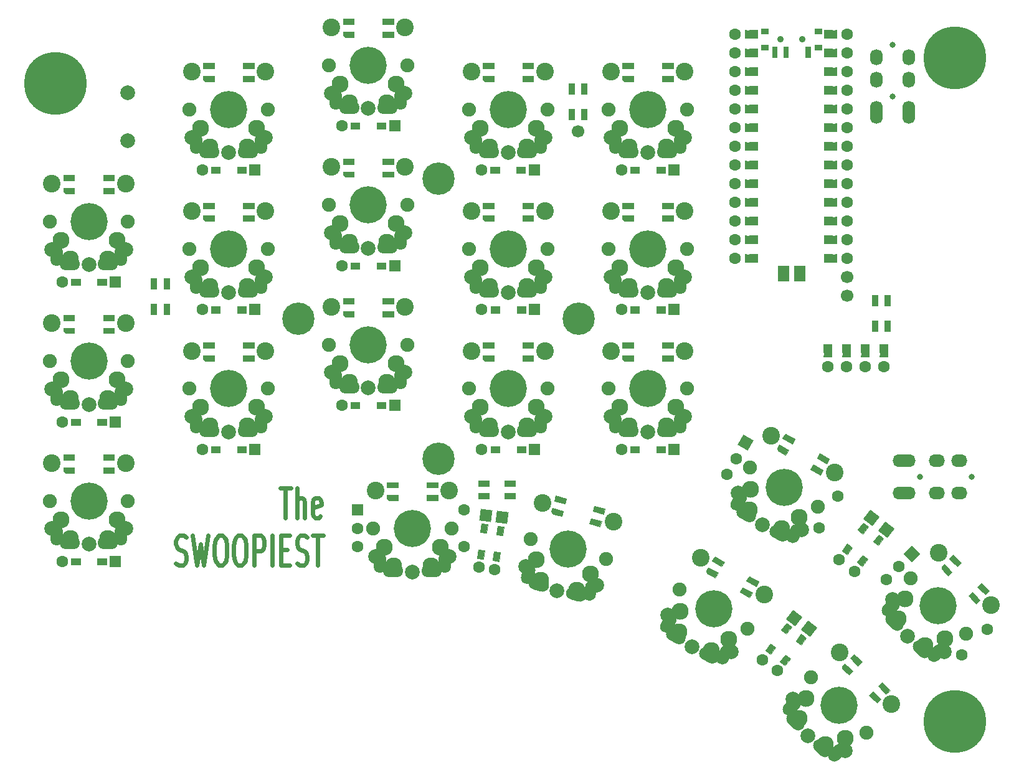
<source format=gts>
G04 #@! TF.GenerationSoftware,KiCad,Pcbnew,9.0.2*
G04 #@! TF.CreationDate,2025-10-01T20:59:55+01:00*
G04 #@! TF.ProjectId,swoopt-soldered,73776f6f-7074-42d7-936f-6c6465726564,0.2.2*
G04 #@! TF.SameCoordinates,Original*
G04 #@! TF.FileFunction,Soldermask,Top*
G04 #@! TF.FilePolarity,Negative*
%FSLAX46Y46*%
G04 Gerber Fmt 4.6, Leading zero omitted, Abs format (unit mm)*
G04 Created by KiCad (PCBNEW 9.0.2) date 2025-10-01 20:59:55*
%MOMM*%
%LPD*%
G01*
G04 APERTURE LIST*
G04 Aperture macros list*
%AMHorizOval*
0 Thick line with rounded ends*
0 $1 width*
0 $2 $3 position (X,Y) of the first rounded end (center of the circle)*
0 $4 $5 position (X,Y) of the second rounded end (center of the circle)*
0 Add line between two ends*
20,1,$1,$2,$3,$4,$5,0*
0 Add two circle primitives to create the rounded ends*
1,1,$1,$2,$3*
1,1,$1,$4,$5*%
%AMRotRect*
0 Rectangle, with rotation*
0 The origin of the aperture is its center*
0 $1 length*
0 $2 width*
0 $3 Rotation angle, in degrees counterclockwise*
0 Add horizontal line*
21,1,$1,$2,0,0,$3*%
%AMFreePoly0*
4,1,6,0.600000,0.200000,0.000000,-0.400000,-0.600000,0.200000,-0.600000,0.400000,0.600000,0.400000,0.600000,0.200000,0.600000,0.200000,$1*%
%AMFreePoly1*
4,1,6,0.600000,-0.250000,-0.600000,-0.250000,-0.600000,1.000000,0.000000,0.400000,0.600000,1.000000,0.600000,-0.250000,0.600000,-0.250000,$1*%
%AMFreePoly2*
4,1,6,0.600000,-0.200000,0.600000,-0.400000,-0.600000,-0.400000,-0.600000,-0.200000,0.000000,0.400000,0.600000,-0.200000,0.600000,-0.200000,$1*%
%AMFreePoly3*
4,1,6,0.600000,-1.000000,0.000000,-0.400000,-0.600000,-1.000000,-0.600000,0.250000,0.600000,0.250000,0.600000,-1.000000,0.600000,-1.000000,$1*%
G04 Aperture macros list end*
%ADD10C,0.625000*%
%ADD11C,0.100000*%
%ADD12C,4.400000*%
%ADD13R,1.600000X1.600000*%
%ADD14C,1.600000*%
%ADD15C,1.700000*%
%ADD16R,0.850000X1.600000*%
%ADD17C,1.900000*%
%ADD18C,2.400000*%
%ADD19C,2.000000*%
%ADD20C,5.050000*%
%ADD21O,1.700000X2.800000*%
%ADD22C,2.300000*%
%ADD23O,2.800000X1.700000*%
%ADD24RotRect,1.600000X1.600000X315.000000*%
%ADD25HorizOval,1.700000X0.275000X0.476314X-0.275000X-0.476314X0*%
%ADD26HorizOval,1.700000X-0.476314X0.275000X0.476314X-0.275000X0*%
%ADD27RotRect,1.600000X1.600000X330.000000*%
%ADD28C,0.900000*%
%ADD29C,8.500000*%
%ADD30RotRect,1.600000X1.600000X52.500000*%
%ADD31C,0.800000*%
%ADD32O,2.200000X1.700000*%
%ADD33HorizOval,1.700000X0.388909X0.388909X-0.388909X-0.388909X0*%
%ADD34HorizOval,1.700000X-0.388909X0.388909X0.388909X-0.388909X0*%
%ADD35RotRect,1.600000X1.600000X82.500000*%
%ADD36FreePoly0,180.000000*%
%ADD37FreePoly1,180.000000*%
%ADD38R,1.600000X0.850000*%
%ADD39HorizOval,1.700000X0.142350X0.531259X-0.142350X-0.531259X0*%
%ADD40HorizOval,1.700000X-0.531259X0.142350X0.531259X-0.142350X0*%
%ADD41O,1.700000X2.200000*%
%ADD42FreePoly2,90.000000*%
%ADD43FreePoly2,270.000000*%
%ADD44FreePoly3,90.000000*%
%ADD45FreePoly3,270.000000*%
G04 APERTURE END LIST*
D10*
X120017387Y-111538200D02*
X121445958Y-111538200D01*
X120731672Y-115538200D02*
X120731672Y-111538200D01*
X122279292Y-115538200D02*
X122279292Y-111538200D01*
X123350720Y-115538200D02*
X123350720Y-113442962D01*
X123350720Y-113442962D02*
X123231673Y-113062009D01*
X123231673Y-113062009D02*
X122993577Y-112871533D01*
X122993577Y-112871533D02*
X122636434Y-112871533D01*
X122636434Y-112871533D02*
X122398339Y-113062009D01*
X122398339Y-113062009D02*
X122279292Y-113252485D01*
X125493578Y-115347724D02*
X125255482Y-115538200D01*
X125255482Y-115538200D02*
X124779292Y-115538200D01*
X124779292Y-115538200D02*
X124541197Y-115347724D01*
X124541197Y-115347724D02*
X124422149Y-114966771D01*
X124422149Y-114966771D02*
X124422149Y-113442962D01*
X124422149Y-113442962D02*
X124541197Y-113062009D01*
X124541197Y-113062009D02*
X124779292Y-112871533D01*
X124779292Y-112871533D02*
X125255482Y-112871533D01*
X125255482Y-112871533D02*
X125493578Y-113062009D01*
X125493578Y-113062009D02*
X125612625Y-113442962D01*
X125612625Y-113442962D02*
X125612625Y-113823914D01*
X125612625Y-113823914D02*
X124422149Y-114204866D01*
X105850720Y-121787500D02*
X106207863Y-121977976D01*
X106207863Y-121977976D02*
X106803101Y-121977976D01*
X106803101Y-121977976D02*
X107041196Y-121787500D01*
X107041196Y-121787500D02*
X107160244Y-121597023D01*
X107160244Y-121597023D02*
X107279291Y-121216071D01*
X107279291Y-121216071D02*
X107279291Y-120835119D01*
X107279291Y-120835119D02*
X107160244Y-120454166D01*
X107160244Y-120454166D02*
X107041196Y-120263690D01*
X107041196Y-120263690D02*
X106803101Y-120073214D01*
X106803101Y-120073214D02*
X106326910Y-119882738D01*
X106326910Y-119882738D02*
X106088815Y-119692261D01*
X106088815Y-119692261D02*
X105969768Y-119501785D01*
X105969768Y-119501785D02*
X105850720Y-119120833D01*
X105850720Y-119120833D02*
X105850720Y-118739880D01*
X105850720Y-118739880D02*
X105969768Y-118358928D01*
X105969768Y-118358928D02*
X106088815Y-118168452D01*
X106088815Y-118168452D02*
X106326910Y-117977976D01*
X106326910Y-117977976D02*
X106922149Y-117977976D01*
X106922149Y-117977976D02*
X107279291Y-118168452D01*
X108112624Y-117977976D02*
X108707862Y-121977976D01*
X108707862Y-121977976D02*
X109184053Y-119120833D01*
X109184053Y-119120833D02*
X109660243Y-121977976D01*
X109660243Y-121977976D02*
X110255482Y-117977976D01*
X111684053Y-117977976D02*
X112160244Y-117977976D01*
X112160244Y-117977976D02*
X112398339Y-118168452D01*
X112398339Y-118168452D02*
X112636434Y-118549404D01*
X112636434Y-118549404D02*
X112755482Y-119311309D01*
X112755482Y-119311309D02*
X112755482Y-120644642D01*
X112755482Y-120644642D02*
X112636434Y-121406547D01*
X112636434Y-121406547D02*
X112398339Y-121787500D01*
X112398339Y-121787500D02*
X112160244Y-121977976D01*
X112160244Y-121977976D02*
X111684053Y-121977976D01*
X111684053Y-121977976D02*
X111445958Y-121787500D01*
X111445958Y-121787500D02*
X111207863Y-121406547D01*
X111207863Y-121406547D02*
X111088815Y-120644642D01*
X111088815Y-120644642D02*
X111088815Y-119311309D01*
X111088815Y-119311309D02*
X111207863Y-118549404D01*
X111207863Y-118549404D02*
X111445958Y-118168452D01*
X111445958Y-118168452D02*
X111684053Y-117977976D01*
X114303101Y-117977976D02*
X114779292Y-117977976D01*
X114779292Y-117977976D02*
X115017387Y-118168452D01*
X115017387Y-118168452D02*
X115255482Y-118549404D01*
X115255482Y-118549404D02*
X115374530Y-119311309D01*
X115374530Y-119311309D02*
X115374530Y-120644642D01*
X115374530Y-120644642D02*
X115255482Y-121406547D01*
X115255482Y-121406547D02*
X115017387Y-121787500D01*
X115017387Y-121787500D02*
X114779292Y-121977976D01*
X114779292Y-121977976D02*
X114303101Y-121977976D01*
X114303101Y-121977976D02*
X114065006Y-121787500D01*
X114065006Y-121787500D02*
X113826911Y-121406547D01*
X113826911Y-121406547D02*
X113707863Y-120644642D01*
X113707863Y-120644642D02*
X113707863Y-119311309D01*
X113707863Y-119311309D02*
X113826911Y-118549404D01*
X113826911Y-118549404D02*
X114065006Y-118168452D01*
X114065006Y-118168452D02*
X114303101Y-117977976D01*
X116445959Y-121977976D02*
X116445959Y-117977976D01*
X116445959Y-117977976D02*
X117398340Y-117977976D01*
X117398340Y-117977976D02*
X117636435Y-118168452D01*
X117636435Y-118168452D02*
X117755482Y-118358928D01*
X117755482Y-118358928D02*
X117874530Y-118739880D01*
X117874530Y-118739880D02*
X117874530Y-119311309D01*
X117874530Y-119311309D02*
X117755482Y-119692261D01*
X117755482Y-119692261D02*
X117636435Y-119882738D01*
X117636435Y-119882738D02*
X117398340Y-120073214D01*
X117398340Y-120073214D02*
X116445959Y-120073214D01*
X118945959Y-121977976D02*
X118945959Y-117977976D01*
X120136435Y-119882738D02*
X120969768Y-119882738D01*
X121326911Y-121977976D02*
X120136435Y-121977976D01*
X120136435Y-121977976D02*
X120136435Y-117977976D01*
X120136435Y-117977976D02*
X121326911Y-117977976D01*
X122279292Y-121787500D02*
X122636435Y-121977976D01*
X122636435Y-121977976D02*
X123231673Y-121977976D01*
X123231673Y-121977976D02*
X123469768Y-121787500D01*
X123469768Y-121787500D02*
X123588816Y-121597023D01*
X123588816Y-121597023D02*
X123707863Y-121216071D01*
X123707863Y-121216071D02*
X123707863Y-120835119D01*
X123707863Y-120835119D02*
X123588816Y-120454166D01*
X123588816Y-120454166D02*
X123469768Y-120263690D01*
X123469768Y-120263690D02*
X123231673Y-120073214D01*
X123231673Y-120073214D02*
X122755482Y-119882738D01*
X122755482Y-119882738D02*
X122517387Y-119692261D01*
X122517387Y-119692261D02*
X122398340Y-119501785D01*
X122398340Y-119501785D02*
X122279292Y-119120833D01*
X122279292Y-119120833D02*
X122279292Y-118739880D01*
X122279292Y-118739880D02*
X122398340Y-118358928D01*
X122398340Y-118358928D02*
X122517387Y-118168452D01*
X122517387Y-118168452D02*
X122755482Y-117977976D01*
X122755482Y-117977976D02*
X123350721Y-117977976D01*
X123350721Y-117977976D02*
X123707863Y-118168452D01*
X124422149Y-117977976D02*
X125850720Y-117977976D01*
X125136434Y-121977976D02*
X125136434Y-117977976D01*
D11*
X92825007Y-102925000D02*
X91625007Y-102925000D01*
X91625007Y-102075000D01*
X92825007Y-102075000D01*
X92825007Y-102925000D01*
G36*
X92825007Y-102925000D02*
G01*
X91625007Y-102925000D01*
X91625007Y-102075000D01*
X92825007Y-102075000D01*
X92825007Y-102925000D01*
G37*
X96375007Y-102925000D02*
X95175007Y-102925000D01*
X95175007Y-102075000D01*
X96375007Y-102075000D01*
X96375007Y-102925000D01*
G36*
X96375007Y-102925000D02*
G01*
X95175007Y-102925000D01*
X95175007Y-102075000D01*
X96375007Y-102075000D01*
X96375007Y-102925000D01*
G37*
X111825000Y-106675000D02*
X110625000Y-106675000D01*
X110625000Y-105825000D01*
X111825000Y-105825000D01*
X111825000Y-106675000D01*
G36*
X111825000Y-106675000D02*
G01*
X110625000Y-106675000D01*
X110625000Y-105825000D01*
X111825000Y-105825000D01*
X111825000Y-106675000D01*
G37*
X115375000Y-106675000D02*
X114175000Y-106675000D01*
X114175000Y-105825000D01*
X115375000Y-105825000D01*
X115375000Y-106675000D01*
G36*
X115375000Y-106675000D02*
G01*
X114175000Y-106675000D01*
X114175000Y-105825000D01*
X115375000Y-105825000D01*
X115375000Y-106675000D01*
G37*
X92050011Y-69710002D02*
X90550011Y-69710002D01*
X90550011Y-68960002D01*
X92050011Y-68960002D01*
X92050011Y-69710002D01*
G36*
X92050011Y-69710002D02*
G01*
X90550011Y-69710002D01*
X90550011Y-68960002D01*
X92050011Y-68960002D01*
X92050011Y-69710002D01*
G37*
X97450011Y-69710002D02*
X95950011Y-69710002D01*
X95950011Y-68960002D01*
X97450011Y-68960002D01*
X97450011Y-69710002D01*
G36*
X97450011Y-69710002D02*
G01*
X95950011Y-69710002D01*
X95950011Y-68960002D01*
X97450011Y-68960002D01*
X97450011Y-69710002D01*
G37*
X97450011Y-71460002D02*
X95950011Y-71460002D01*
X95950011Y-70710002D01*
X97450011Y-70710002D01*
X97450011Y-71460002D01*
G36*
X97450011Y-71460002D02*
G01*
X95950011Y-71460002D01*
X95950011Y-70710002D01*
X97450011Y-70710002D01*
X97450011Y-71460002D01*
G37*
X92050011Y-71460002D02*
X90800011Y-71460002D01*
X90550011Y-71210002D01*
X90550011Y-70710002D01*
X92050011Y-70710002D01*
X92050011Y-71460002D01*
G36*
X92050011Y-71460002D02*
G01*
X90800011Y-71460002D01*
X90550011Y-71210002D01*
X90550011Y-70710002D01*
X92050011Y-70710002D01*
X92050011Y-71460002D01*
G37*
X111825000Y-87675000D02*
X110625000Y-87675000D01*
X110625000Y-86825000D01*
X111825000Y-86825000D01*
X111825000Y-87675000D01*
G36*
X111825000Y-87675000D02*
G01*
X110625000Y-87675000D01*
X110625000Y-86825000D01*
X111825000Y-86825000D01*
X111825000Y-87675000D01*
G37*
X115375000Y-87675000D02*
X114175000Y-87675000D01*
X114175000Y-86825000D01*
X115375000Y-86825000D01*
X115375000Y-87675000D01*
G36*
X115375000Y-87675000D02*
G01*
X114175000Y-87675000D01*
X114175000Y-86825000D01*
X115375000Y-86825000D01*
X115375000Y-87675000D01*
G37*
X168049997Y-54460004D02*
X166549997Y-54460004D01*
X166549997Y-53710004D01*
X168049997Y-53710004D01*
X168049997Y-54460004D01*
G36*
X168049997Y-54460004D02*
G01*
X166549997Y-54460004D01*
X166549997Y-53710004D01*
X168049997Y-53710004D01*
X168049997Y-54460004D01*
G37*
X173449997Y-54460004D02*
X171949997Y-54460004D01*
X171949997Y-53710004D01*
X173449997Y-53710004D01*
X173449997Y-54460004D01*
G36*
X173449997Y-54460004D02*
G01*
X171949997Y-54460004D01*
X171949997Y-53710004D01*
X173449997Y-53710004D01*
X173449997Y-54460004D01*
G37*
X173449997Y-56210004D02*
X171949997Y-56210004D01*
X171949997Y-55460004D01*
X173449997Y-55460004D01*
X173449997Y-56210004D01*
G36*
X173449997Y-56210004D02*
G01*
X171949997Y-56210004D01*
X171949997Y-55460004D01*
X173449997Y-55460004D01*
X173449997Y-56210004D01*
G37*
X168049997Y-56210004D02*
X166799997Y-56210004D01*
X166549997Y-55960004D01*
X166549997Y-55460004D01*
X168049997Y-55460004D01*
X168049997Y-56210004D01*
G36*
X168049997Y-56210004D02*
G01*
X166799997Y-56210004D01*
X166549997Y-55960004D01*
X166549997Y-55460004D01*
X168049997Y-55460004D01*
X168049997Y-56210004D01*
G37*
X130825000Y-62675000D02*
X129625000Y-62675000D01*
X129625000Y-61825000D01*
X130825000Y-61825000D01*
X130825000Y-62675000D01*
G36*
X130825000Y-62675000D02*
G01*
X129625000Y-62675000D01*
X129625000Y-61825000D01*
X130825000Y-61825000D01*
X130825000Y-62675000D01*
G37*
X134375000Y-62675000D02*
X133175000Y-62675000D01*
X133175000Y-61825000D01*
X134375000Y-61825000D01*
X134375000Y-62675000D01*
G36*
X134375000Y-62675000D02*
G01*
X133175000Y-62675000D01*
X133175000Y-61825000D01*
X134375000Y-61825000D01*
X134375000Y-62675000D01*
G37*
X111049999Y-54459996D02*
X109549999Y-54459996D01*
X109549999Y-53709996D01*
X111049999Y-53709996D01*
X111049999Y-54459996D01*
G36*
X111049999Y-54459996D02*
G01*
X109549999Y-54459996D01*
X109549999Y-53709996D01*
X111049999Y-53709996D01*
X111049999Y-54459996D01*
G37*
X116449999Y-54459996D02*
X114949999Y-54459996D01*
X114949999Y-53709996D01*
X116449999Y-53709996D01*
X116449999Y-54459996D01*
G36*
X116449999Y-54459996D02*
G01*
X114949999Y-54459996D01*
X114949999Y-53709996D01*
X116449999Y-53709996D01*
X116449999Y-54459996D01*
G37*
X116449999Y-56209996D02*
X114949999Y-56209996D01*
X114949999Y-55459996D01*
X116449999Y-55459996D01*
X116449999Y-56209996D01*
G36*
X116449999Y-56209996D02*
G01*
X114949999Y-56209996D01*
X114949999Y-55459996D01*
X116449999Y-55459996D01*
X116449999Y-56209996D01*
G37*
X111049999Y-56209996D02*
X109799999Y-56209996D01*
X109549999Y-55959996D01*
X109549999Y-55459996D01*
X111049999Y-55459996D01*
X111049999Y-56209996D01*
G36*
X111049999Y-56209996D02*
G01*
X109799999Y-56209996D01*
X109549999Y-55959996D01*
X109549999Y-55459996D01*
X111049999Y-55459996D01*
X111049999Y-56209996D01*
G37*
X130049993Y-86460005D02*
X128549993Y-86460005D01*
X128549993Y-85710005D01*
X130049993Y-85710005D01*
X130049993Y-86460005D01*
G36*
X130049993Y-86460005D02*
G01*
X128549993Y-86460005D01*
X128549993Y-85710005D01*
X130049993Y-85710005D01*
X130049993Y-86460005D01*
G37*
X135449993Y-86460005D02*
X133949993Y-86460005D01*
X133949993Y-85710005D01*
X135449993Y-85710005D01*
X135449993Y-86460005D01*
G36*
X135449993Y-86460005D02*
G01*
X133949993Y-86460005D01*
X133949993Y-85710005D01*
X135449993Y-85710005D01*
X135449993Y-86460005D01*
G37*
X135449993Y-88210005D02*
X133949993Y-88210005D01*
X133949993Y-87460005D01*
X135449993Y-87460005D01*
X135449993Y-88210005D01*
G36*
X135449993Y-88210005D02*
G01*
X133949993Y-88210005D01*
X133949993Y-87460005D01*
X135449993Y-87460005D01*
X135449993Y-88210005D01*
G37*
X130049993Y-88210005D02*
X128799993Y-88210005D01*
X128549993Y-87960005D01*
X128549993Y-87460005D01*
X130049993Y-87460005D01*
X130049993Y-88210005D01*
G36*
X130049993Y-88210005D02*
G01*
X128799993Y-88210005D01*
X128549993Y-87960005D01*
X128549993Y-87460005D01*
X130049993Y-87460005D01*
X130049993Y-88210005D01*
G37*
X130050011Y-48459497D02*
X128550011Y-48459497D01*
X128550011Y-47709497D01*
X130050011Y-47709497D01*
X130050011Y-48459497D01*
G36*
X130050011Y-48459497D02*
G01*
X128550011Y-48459497D01*
X128550011Y-47709497D01*
X130050011Y-47709497D01*
X130050011Y-48459497D01*
G37*
X135450011Y-48459497D02*
X133950011Y-48459497D01*
X133950011Y-47709497D01*
X135450011Y-47709497D01*
X135450011Y-48459497D01*
G36*
X135450011Y-48459497D02*
G01*
X133950011Y-48459497D01*
X133950011Y-47709497D01*
X135450011Y-47709497D01*
X135450011Y-48459497D01*
G37*
X135450011Y-50209497D02*
X133950011Y-50209497D01*
X133950011Y-49459497D01*
X135450011Y-49459497D01*
X135450011Y-50209497D01*
G36*
X135450011Y-50209497D02*
G01*
X133950011Y-50209497D01*
X133950011Y-49459497D01*
X135450011Y-49459497D01*
X135450011Y-50209497D01*
G37*
X130050011Y-50209497D02*
X128800011Y-50209497D01*
X128550011Y-49959497D01*
X128550011Y-49459497D01*
X130050011Y-49459497D01*
X130050011Y-50209497D01*
G36*
X130050011Y-50209497D02*
G01*
X128800011Y-50209497D01*
X128550011Y-49959497D01*
X128550011Y-49459497D01*
X130050011Y-49459497D01*
X130050011Y-50209497D01*
G37*
X136050000Y-111460001D02*
X134550000Y-111460001D01*
X134550000Y-110710001D01*
X136050000Y-110710001D01*
X136050000Y-111460001D01*
G36*
X136050000Y-111460001D02*
G01*
X134550000Y-111460001D01*
X134550000Y-110710001D01*
X136050000Y-110710001D01*
X136050000Y-111460001D01*
G37*
X141450000Y-111460001D02*
X139950000Y-111460001D01*
X139950000Y-110710001D01*
X141450000Y-110710001D01*
X141450000Y-111460001D01*
G36*
X141450000Y-111460001D02*
G01*
X139950000Y-111460001D01*
X139950000Y-110710001D01*
X141450000Y-110710001D01*
X141450000Y-111460001D01*
G37*
X141450000Y-113210001D02*
X139950000Y-113210001D01*
X139950000Y-112460001D01*
X141450000Y-112460001D01*
X141450000Y-113210001D01*
G36*
X141450000Y-113210001D02*
G01*
X139950000Y-113210001D01*
X139950000Y-112460001D01*
X141450000Y-112460001D01*
X141450000Y-113210001D01*
G37*
X136050000Y-113210001D02*
X134800000Y-113210001D01*
X134550000Y-112960001D01*
X134550000Y-112460001D01*
X136050000Y-112460001D01*
X136050000Y-113210001D01*
G36*
X136050000Y-113210001D02*
G01*
X134800000Y-113210001D01*
X134550000Y-112960001D01*
X134550000Y-112460001D01*
X136050000Y-112460001D01*
X136050000Y-113210001D01*
G37*
X168049992Y-73459996D02*
X166549992Y-73459996D01*
X166549992Y-72709996D01*
X168049992Y-72709996D01*
X168049992Y-73459996D01*
G36*
X168049992Y-73459996D02*
G01*
X166549992Y-73459996D01*
X166549992Y-72709996D01*
X168049992Y-72709996D01*
X168049992Y-73459996D01*
G37*
X173449992Y-73459996D02*
X171949992Y-73459996D01*
X171949992Y-72709996D01*
X173449992Y-72709996D01*
X173449992Y-73459996D01*
G36*
X173449992Y-73459996D02*
G01*
X171949992Y-73459996D01*
X171949992Y-72709996D01*
X173449992Y-72709996D01*
X173449992Y-73459996D01*
G37*
X173449992Y-75209996D02*
X171949992Y-75209996D01*
X171949992Y-74459996D01*
X173449992Y-74459996D01*
X173449992Y-75209996D01*
G36*
X173449992Y-75209996D02*
G01*
X171949992Y-75209996D01*
X171949992Y-74459996D01*
X173449992Y-74459996D01*
X173449992Y-75209996D01*
G37*
X168049992Y-75209996D02*
X166799992Y-75209996D01*
X166549992Y-74959996D01*
X166549992Y-74459996D01*
X168049992Y-74459996D01*
X168049992Y-75209996D01*
G36*
X168049992Y-75209996D02*
G01*
X166799992Y-75209996D01*
X166549992Y-74959996D01*
X166549992Y-74459996D01*
X168049992Y-74459996D01*
X168049992Y-75209996D01*
G37*
X199075736Y-135166548D02*
X198545406Y-135696878D01*
X197484746Y-134636218D01*
X198015076Y-134105887D01*
X199075736Y-135166548D01*
G36*
X199075736Y-135166548D02*
G01*
X198545406Y-135696878D01*
X197484746Y-134636218D01*
X198015076Y-134105887D01*
X199075736Y-135166548D01*
G37*
X201656676Y-140222361D02*
X201126346Y-140752691D01*
X200065685Y-139692031D01*
X200596016Y-139161701D01*
X201656676Y-140222361D01*
G36*
X201656676Y-140222361D02*
G01*
X201126346Y-140752691D01*
X200065685Y-139692031D01*
X200596016Y-139161701D01*
X201656676Y-140222361D01*
G37*
X202894113Y-138984924D02*
X202363782Y-139515254D01*
X201303122Y-138454594D01*
X201833452Y-137924264D01*
X202894113Y-138984924D01*
G36*
X202894113Y-138984924D02*
G01*
X202363782Y-139515254D01*
X201303122Y-138454594D01*
X201833452Y-137924264D01*
X202894113Y-138984924D01*
G37*
X197838299Y-136403984D02*
X197307969Y-136934315D01*
X196424086Y-136050431D01*
X196424086Y-135696878D01*
X196777639Y-135343324D01*
X197838299Y-136403984D01*
G36*
X197838299Y-136403984D02*
G01*
X197307969Y-136934315D01*
X196424086Y-136050431D01*
X196424086Y-135696878D01*
X196777639Y-135343324D01*
X197838299Y-136403984D01*
G37*
X186300000Y-49700000D02*
X185400000Y-49700000D01*
X185400000Y-49000000D01*
X186300000Y-49000000D01*
X186300000Y-49700000D01*
G36*
X186300000Y-49700000D02*
G01*
X185400000Y-49700000D01*
X185400000Y-49000000D01*
X186300000Y-49000000D01*
X186300000Y-49700000D01*
G37*
X186300000Y-51900000D02*
X185400000Y-51900000D01*
X185400000Y-51200000D01*
X186300000Y-51200000D01*
X186300000Y-51900000D01*
G36*
X186300000Y-51900000D02*
G01*
X185400000Y-51900000D01*
X185400000Y-51200000D01*
X186300000Y-51200000D01*
X186300000Y-51900000D01*
G37*
X187550000Y-52900000D02*
X186950000Y-52900000D01*
X186950000Y-51500000D01*
X187550000Y-51500000D01*
X187550000Y-52900000D01*
G36*
X187550000Y-52900000D02*
G01*
X186950000Y-52900000D01*
X186950000Y-51500000D01*
X187550000Y-51500000D01*
X187550000Y-52900000D01*
G37*
X189050000Y-52900000D02*
X188450000Y-52900000D01*
X188450000Y-51500000D01*
X189050000Y-51500000D01*
X189050000Y-52900000D01*
G36*
X189050000Y-52900000D02*
G01*
X188450000Y-52900000D01*
X188450000Y-51500000D01*
X189050000Y-51500000D01*
X189050000Y-52900000D01*
G37*
X192050000Y-52900000D02*
X191450000Y-52900000D01*
X191450000Y-51500000D01*
X192050000Y-51500000D01*
X192050000Y-52900000D01*
G36*
X192050000Y-52900000D02*
G01*
X191450000Y-52900000D01*
X191450000Y-51500000D01*
X192050000Y-51500000D01*
X192050000Y-52900000D01*
G37*
X193600000Y-49700000D02*
X192700000Y-49700000D01*
X192700000Y-49000000D01*
X193600000Y-49000000D01*
X193600000Y-49700000D01*
G36*
X193600000Y-49700000D02*
G01*
X192700000Y-49700000D01*
X192700000Y-49000000D01*
X193600000Y-49000000D01*
X193600000Y-49700000D01*
G37*
X193600000Y-51900000D02*
X192700000Y-51900000D01*
X192700000Y-51200000D01*
X193600000Y-51200000D01*
X193600000Y-51900000D01*
G36*
X193600000Y-51900000D02*
G01*
X192700000Y-51900000D01*
X192700000Y-51200000D01*
X193600000Y-51200000D01*
X193600000Y-51900000D01*
G37*
X180394087Y-121546839D02*
X180019087Y-122196358D01*
X178720049Y-121446358D01*
X179095049Y-120796839D01*
X180394087Y-121546839D01*
G36*
X180394087Y-121546839D02*
G01*
X180019087Y-122196358D01*
X178720049Y-121446358D01*
X179095049Y-120796839D01*
X180394087Y-121546839D01*
G37*
X184195625Y-125762383D02*
X183820625Y-126411902D01*
X182521587Y-125661902D01*
X182896587Y-125012383D01*
X184195625Y-125762383D01*
G36*
X184195625Y-125762383D02*
G01*
X183820625Y-126411902D01*
X182521587Y-125661902D01*
X182896587Y-125012383D01*
X184195625Y-125762383D01*
G37*
X185070625Y-124246839D02*
X184695625Y-124896358D01*
X183396587Y-124146358D01*
X183771587Y-123496839D01*
X185070625Y-124246839D01*
G36*
X185070625Y-124246839D02*
G01*
X184695625Y-124896358D01*
X183396587Y-124146358D01*
X183771587Y-123496839D01*
X185070625Y-124246839D01*
G37*
X179519087Y-123062383D02*
X179144087Y-123711902D01*
X178061556Y-123086902D01*
X177970049Y-122745396D01*
X178220049Y-122312383D01*
X179519087Y-123062383D01*
G36*
X179519087Y-123062383D02*
G01*
X179144087Y-123711902D01*
X178061556Y-123086902D01*
X177970049Y-122745396D01*
X178220049Y-122312383D01*
X179519087Y-123062383D01*
G37*
X197791328Y-119599116D02*
X197060815Y-120551140D01*
X196386464Y-120033693D01*
X197116978Y-119081669D01*
X197791328Y-119599116D01*
G36*
X197791328Y-119599116D02*
G01*
X197060815Y-120551140D01*
X196386464Y-120033693D01*
X197116978Y-119081669D01*
X197791328Y-119599116D01*
G37*
X199952432Y-116782711D02*
X199221918Y-117734735D01*
X198547568Y-117217288D01*
X199278081Y-116265264D01*
X199952432Y-116782711D01*
G36*
X199952432Y-116782711D02*
G01*
X199221918Y-117734735D01*
X198547568Y-117217288D01*
X199278081Y-116265264D01*
X199952432Y-116782711D01*
G37*
X189371880Y-134690914D02*
X188641367Y-135642938D01*
X187967016Y-135125491D01*
X188697530Y-134173467D01*
X189371880Y-134690914D01*
G36*
X189371880Y-134690914D02*
G01*
X188641367Y-135642938D01*
X187967016Y-135125491D01*
X188697530Y-134173467D01*
X189371880Y-134690914D01*
G37*
X191532984Y-131874509D02*
X190802470Y-132826533D01*
X190128120Y-132309086D01*
X190858633Y-131357062D01*
X191532984Y-131874509D01*
G36*
X191532984Y-131874509D02*
G01*
X190802470Y-132826533D01*
X190128120Y-132309086D01*
X190858633Y-131357062D01*
X191532984Y-131874509D01*
G37*
X187371880Y-133190914D02*
X186641367Y-134142938D01*
X185967016Y-133625491D01*
X186697530Y-132673467D01*
X187371880Y-133190914D01*
G36*
X187371880Y-133190914D02*
G01*
X186641367Y-134142938D01*
X185967016Y-133625491D01*
X186697530Y-132673467D01*
X187371880Y-133190914D01*
G37*
X189532984Y-130374509D02*
X188802470Y-131326533D01*
X188128120Y-130809086D01*
X188858633Y-129857062D01*
X189532984Y-130374509D01*
G36*
X189532984Y-130374509D02*
G01*
X188802470Y-131326533D01*
X188128120Y-130809086D01*
X188858633Y-129857062D01*
X189532984Y-130374509D01*
G37*
X149825000Y-106675000D02*
X148625000Y-106675000D01*
X148625000Y-105825000D01*
X149825000Y-105825000D01*
X149825000Y-106675000D01*
G36*
X149825000Y-106675000D02*
G01*
X148625000Y-106675000D01*
X148625000Y-105825000D01*
X149825000Y-105825000D01*
X149825000Y-106675000D01*
G37*
X153375000Y-106675000D02*
X152175000Y-106675000D01*
X152175000Y-105825000D01*
X153375000Y-105825000D01*
X153375000Y-106675000D01*
G36*
X153375000Y-106675000D02*
G01*
X152175000Y-106675000D01*
X152175000Y-105825000D01*
X153375000Y-105825000D01*
X153375000Y-106675000D01*
G37*
X147767996Y-119970421D02*
X147611364Y-121160155D01*
X146768636Y-121049208D01*
X146925268Y-119859474D01*
X147767996Y-119970421D01*
G36*
X147767996Y-119970421D02*
G01*
X147611364Y-121160155D01*
X146768636Y-121049208D01*
X146925268Y-119859474D01*
X147767996Y-119970421D01*
G37*
X148231364Y-116450792D02*
X148074732Y-117640526D01*
X147232004Y-117529579D01*
X147388636Y-116339845D01*
X148231364Y-116450792D01*
G36*
X148231364Y-116450792D02*
G01*
X148074732Y-117640526D01*
X147232004Y-117529579D01*
X147388636Y-116339845D01*
X148231364Y-116450792D01*
G37*
X92825007Y-121925000D02*
X91625007Y-121925000D01*
X91625007Y-121075000D01*
X92825007Y-121075000D01*
X92825007Y-121925000D01*
G36*
X92825007Y-121925000D02*
G01*
X91625007Y-121925000D01*
X91625007Y-121075000D01*
X92825007Y-121075000D01*
X92825007Y-121925000D01*
G37*
X96375007Y-121925000D02*
X95175007Y-121925000D01*
X95175007Y-121075000D01*
X96375007Y-121075000D01*
X96375007Y-121925000D01*
G36*
X96375007Y-121925000D02*
G01*
X95175007Y-121925000D01*
X95175007Y-121075000D01*
X96375007Y-121075000D01*
X96375007Y-121925000D01*
G37*
X149936507Y-120269416D02*
X149779875Y-121459150D01*
X148937147Y-121348203D01*
X149093779Y-120158469D01*
X149936507Y-120269416D01*
G36*
X149936507Y-120269416D02*
G01*
X149779875Y-121459150D01*
X148937147Y-121348203D01*
X149093779Y-120158469D01*
X149936507Y-120269416D01*
G37*
X150399875Y-116749787D02*
X150243243Y-117939521D01*
X149400515Y-117828574D01*
X149557147Y-116638840D01*
X150399875Y-116749787D01*
G36*
X150399875Y-116749787D02*
G01*
X150243243Y-117939521D01*
X149400515Y-117828574D01*
X149557147Y-116638840D01*
X150399875Y-116749787D01*
G37*
X130050003Y-67460000D02*
X128550003Y-67460000D01*
X128550003Y-66710000D01*
X130050003Y-66710000D01*
X130050003Y-67460000D01*
G36*
X130050003Y-67460000D02*
G01*
X128550003Y-67460000D01*
X128550003Y-66710000D01*
X130050003Y-66710000D01*
X130050003Y-67460000D01*
G37*
X135450003Y-67460000D02*
X133950003Y-67460000D01*
X133950003Y-66710000D01*
X135450003Y-66710000D01*
X135450003Y-67460000D01*
G36*
X135450003Y-67460000D02*
G01*
X133950003Y-67460000D01*
X133950003Y-66710000D01*
X135450003Y-66710000D01*
X135450003Y-67460000D01*
G37*
X135450003Y-69210000D02*
X133950003Y-69210000D01*
X133950003Y-68460000D01*
X135450003Y-68460000D01*
X135450003Y-69210000D01*
G36*
X135450003Y-69210000D02*
G01*
X133950003Y-69210000D01*
X133950003Y-68460000D01*
X135450003Y-68460000D01*
X135450003Y-69210000D01*
G37*
X130050003Y-69210000D02*
X128800003Y-69210000D01*
X128550003Y-68960000D01*
X128550003Y-68460000D01*
X130050003Y-68460000D01*
X130050003Y-69210000D01*
G36*
X130050003Y-69210000D02*
G01*
X128800003Y-69210000D01*
X128550003Y-68960000D01*
X128550003Y-68460000D01*
X130050003Y-68460000D01*
X130050003Y-69210000D01*
G37*
X130825000Y-81675000D02*
X129625000Y-81675000D01*
X129625000Y-80825000D01*
X130825000Y-80825000D01*
X130825000Y-81675000D01*
G36*
X130825000Y-81675000D02*
G01*
X129625000Y-81675000D01*
X129625000Y-80825000D01*
X130825000Y-80825000D01*
X130825000Y-81675000D01*
G37*
X134375000Y-81675000D02*
X133175000Y-81675000D01*
X133175000Y-80825000D01*
X134375000Y-80825000D01*
X134375000Y-81675000D01*
G36*
X134375000Y-81675000D02*
G01*
X133175000Y-81675000D01*
X133175000Y-80825000D01*
X134375000Y-80825000D01*
X134375000Y-81675000D01*
G37*
X194948000Y-93596000D02*
X193932000Y-93596000D01*
X193932000Y-92326000D01*
X194948000Y-92326000D01*
X194948000Y-93596000D01*
G36*
X194948000Y-93596000D02*
G01*
X193932000Y-93596000D01*
X193932000Y-92326000D01*
X194948000Y-92326000D01*
X194948000Y-93596000D01*
G37*
X197488000Y-93596000D02*
X196472000Y-93596000D01*
X196472000Y-92326000D01*
X197488000Y-92326000D01*
X197488000Y-93596000D01*
G36*
X197488000Y-93596000D02*
G01*
X196472000Y-93596000D01*
X196472000Y-92326000D01*
X197488000Y-92326000D01*
X197488000Y-93596000D01*
G37*
X200028000Y-93596000D02*
X199012000Y-93596000D01*
X199012000Y-92326000D01*
X200028000Y-92326000D01*
X200028000Y-93596000D01*
G36*
X200028000Y-93596000D02*
G01*
X199012000Y-93596000D01*
X199012000Y-92326000D01*
X200028000Y-92326000D01*
X200028000Y-93596000D01*
G37*
X202568000Y-93596000D02*
X201552000Y-93596000D01*
X201552000Y-92326000D01*
X202568000Y-92326000D01*
X202568000Y-93596000D01*
G36*
X202568000Y-93596000D02*
G01*
X201552000Y-93596000D01*
X201552000Y-92326000D01*
X202568000Y-92326000D01*
X202568000Y-93596000D01*
G37*
X189986250Y-104855866D02*
X189611250Y-105505385D01*
X188312212Y-104755385D01*
X188687212Y-104105866D01*
X189986250Y-104855866D01*
G36*
X189986250Y-104855866D02*
G01*
X189611250Y-105505385D01*
X188312212Y-104755385D01*
X188687212Y-104105866D01*
X189986250Y-104855866D01*
G37*
X193787788Y-109071410D02*
X193412788Y-109720929D01*
X192113750Y-108970929D01*
X192488750Y-108321410D01*
X193787788Y-109071410D01*
G36*
X193787788Y-109071410D02*
G01*
X193412788Y-109720929D01*
X192113750Y-108970929D01*
X192488750Y-108321410D01*
X193787788Y-109071410D01*
G37*
X194662788Y-107555866D02*
X194287788Y-108205385D01*
X192988750Y-107455385D01*
X193363750Y-106805866D01*
X194662788Y-107555866D01*
G36*
X194662788Y-107555866D02*
G01*
X194287788Y-108205385D01*
X192988750Y-107455385D01*
X193363750Y-106805866D01*
X194662788Y-107555866D01*
G37*
X189111250Y-106371410D02*
X188736250Y-107020929D01*
X187653719Y-106395929D01*
X187562212Y-106054423D01*
X187812212Y-105621410D01*
X189111250Y-106371410D01*
G36*
X189111250Y-106371410D02*
G01*
X188736250Y-107020929D01*
X187653719Y-106395929D01*
X187562212Y-106054423D01*
X187812212Y-105621410D01*
X189111250Y-106371410D01*
G37*
X130825000Y-100675000D02*
X129625000Y-100675000D01*
X129625000Y-99825000D01*
X130825000Y-99825000D01*
X130825000Y-100675000D01*
G36*
X130825000Y-100675000D02*
G01*
X129625000Y-100675000D01*
X129625000Y-99825000D01*
X130825000Y-99825000D01*
X130825000Y-100675000D01*
G37*
X134375000Y-100675000D02*
X133175000Y-100675000D01*
X133175000Y-99825000D01*
X134375000Y-99825000D01*
X134375000Y-100675000D01*
G36*
X134375000Y-100675000D02*
G01*
X133175000Y-100675000D01*
X133175000Y-99825000D01*
X134375000Y-99825000D01*
X134375000Y-100675000D01*
G37*
X92050001Y-107709998D02*
X90550001Y-107709998D01*
X90550001Y-106959998D01*
X92050001Y-106959998D01*
X92050001Y-107709998D01*
G36*
X92050001Y-107709998D02*
G01*
X90550001Y-107709998D01*
X90550001Y-106959998D01*
X92050001Y-106959998D01*
X92050001Y-107709998D01*
G37*
X97450001Y-107709998D02*
X95950001Y-107709998D01*
X95950001Y-106959998D01*
X97450001Y-106959998D01*
X97450001Y-107709998D01*
G36*
X97450001Y-107709998D02*
G01*
X95950001Y-107709998D01*
X95950001Y-106959998D01*
X97450001Y-106959998D01*
X97450001Y-107709998D01*
G37*
X97450001Y-109459998D02*
X95950001Y-109459998D01*
X95950001Y-108709998D01*
X97450001Y-108709998D01*
X97450001Y-109459998D01*
G36*
X97450001Y-109459998D02*
G01*
X95950001Y-109459998D01*
X95950001Y-108709998D01*
X97450001Y-108709998D01*
X97450001Y-109459998D01*
G37*
X92050001Y-109459998D02*
X90800001Y-109459998D01*
X90550001Y-109209998D01*
X90550001Y-108709998D01*
X92050001Y-108709998D01*
X92050001Y-109459998D01*
G36*
X92050001Y-109459998D02*
G01*
X90800001Y-109459998D01*
X90550001Y-109209998D01*
X90550001Y-108709998D01*
X92050001Y-108709998D01*
X92050001Y-109459998D01*
G37*
X168825000Y-68675000D02*
X167625000Y-68675000D01*
X167625000Y-67825000D01*
X168825000Y-67825000D01*
X168825000Y-68675000D01*
G36*
X168825000Y-68675000D02*
G01*
X167625000Y-68675000D01*
X167625000Y-67825000D01*
X168825000Y-67825000D01*
X168825000Y-68675000D01*
G37*
X172375000Y-68675000D02*
X171175000Y-68675000D01*
X171175000Y-67825000D01*
X172375000Y-67825000D01*
X172375000Y-68675000D01*
G36*
X172375000Y-68675000D02*
G01*
X171175000Y-68675000D01*
X171175000Y-67825000D01*
X172375000Y-67825000D01*
X172375000Y-68675000D01*
G37*
X168825000Y-87675000D02*
X167625000Y-87675000D01*
X167625000Y-86825000D01*
X168825000Y-86825000D01*
X168825000Y-87675000D01*
G36*
X168825000Y-87675000D02*
G01*
X167625000Y-87675000D01*
X167625000Y-86825000D01*
X168825000Y-86825000D01*
X168825000Y-87675000D01*
G37*
X172375000Y-87675000D02*
X171175000Y-87675000D01*
X171175000Y-86825000D01*
X172375000Y-86825000D01*
X172375000Y-87675000D01*
G36*
X172375000Y-87675000D02*
G01*
X171175000Y-87675000D01*
X171175000Y-86825000D01*
X172375000Y-86825000D01*
X172375000Y-87675000D01*
G37*
X158935328Y-112939852D02*
X158741214Y-113664296D01*
X157292325Y-113276068D01*
X157486440Y-112551622D01*
X158935328Y-112939852D01*
G36*
X158935328Y-112939852D02*
G01*
X158741214Y-113664296D01*
X157292325Y-113276068D01*
X157486440Y-112551622D01*
X158935328Y-112939852D01*
G37*
X163698394Y-116027845D02*
X163504280Y-116752289D01*
X162055391Y-116364061D01*
X162249506Y-115639616D01*
X163698394Y-116027845D01*
G36*
X163698394Y-116027845D02*
G01*
X163504280Y-116752289D01*
X162055391Y-116364061D01*
X162249506Y-115639616D01*
X163698394Y-116027845D01*
G37*
X164151328Y-114337475D02*
X163957214Y-115061919D01*
X162508325Y-114673691D01*
X162702439Y-113949246D01*
X164151328Y-114337475D01*
G36*
X164151328Y-114337475D02*
G01*
X163957214Y-115061919D01*
X162508325Y-114673691D01*
X162702439Y-113949246D01*
X164151328Y-114337475D01*
G37*
X158482395Y-114630222D02*
X158288281Y-115354667D01*
X157080873Y-115031143D01*
X156904097Y-114724957D01*
X157033506Y-114241994D01*
X158482395Y-114630222D01*
G36*
X158482395Y-114630222D02*
G01*
X158288281Y-115354667D01*
X157080873Y-115031143D01*
X156904097Y-114724957D01*
X157033506Y-114241994D01*
X158482395Y-114630222D01*
G37*
X149800000Y-68675000D02*
X148600000Y-68675000D01*
X148600000Y-67825000D01*
X149800000Y-67825000D01*
X149800000Y-68675000D01*
G36*
X149800000Y-68675000D02*
G01*
X148600000Y-68675000D01*
X148600000Y-67825000D01*
X149800000Y-67825000D01*
X149800000Y-68675000D01*
G37*
X153350000Y-68675000D02*
X152150000Y-68675000D01*
X152150000Y-67825000D01*
X153350000Y-67825000D01*
X153350000Y-68675000D01*
G36*
X153350000Y-68675000D02*
G01*
X152150000Y-68675000D01*
X152150000Y-67825000D01*
X153350000Y-67825000D01*
X153350000Y-68675000D01*
G37*
X149049998Y-92460002D02*
X147549998Y-92460002D01*
X147549998Y-91710002D01*
X149049998Y-91710002D01*
X149049998Y-92460002D01*
G36*
X149049998Y-92460002D02*
G01*
X147549998Y-92460002D01*
X147549998Y-91710002D01*
X149049998Y-91710002D01*
X149049998Y-92460002D01*
G37*
X154449998Y-92460002D02*
X152949998Y-92460002D01*
X152949998Y-91710002D01*
X154449998Y-91710002D01*
X154449998Y-92460002D01*
G36*
X154449998Y-92460002D02*
G01*
X152949998Y-92460002D01*
X152949998Y-91710002D01*
X154449998Y-91710002D01*
X154449998Y-92460002D01*
G37*
X154449998Y-94210002D02*
X152949998Y-94210002D01*
X152949998Y-93460002D01*
X154449998Y-93460002D01*
X154449998Y-94210002D01*
G36*
X154449998Y-94210002D02*
G01*
X152949998Y-94210002D01*
X152949998Y-93460002D01*
X154449998Y-93460002D01*
X154449998Y-94210002D01*
G37*
X149049998Y-94210002D02*
X147799998Y-94210002D01*
X147549998Y-93960002D01*
X147549998Y-93460002D01*
X149049998Y-93460002D01*
X149049998Y-94210002D01*
G36*
X149049998Y-94210002D02*
G01*
X147799998Y-94210002D01*
X147549998Y-93960002D01*
X147549998Y-93460002D01*
X149049998Y-93460002D01*
X149049998Y-94210002D01*
G37*
X111825000Y-68675000D02*
X110625000Y-68675000D01*
X110625000Y-67825000D01*
X111825000Y-67825000D01*
X111825000Y-68675000D01*
G36*
X111825000Y-68675000D02*
G01*
X110625000Y-68675000D01*
X110625000Y-67825000D01*
X111825000Y-67825000D01*
X111825000Y-68675000D01*
G37*
X115375000Y-68675000D02*
X114175000Y-68675000D01*
X114175000Y-67825000D01*
X115375000Y-67825000D01*
X115375000Y-68675000D01*
G36*
X115375000Y-68675000D02*
G01*
X114175000Y-68675000D01*
X114175000Y-67825000D01*
X115375000Y-67825000D01*
X115375000Y-68675000D01*
G37*
X149825000Y-87675000D02*
X148625000Y-87675000D01*
X148625000Y-86825000D01*
X149825000Y-86825000D01*
X149825000Y-87675000D01*
G36*
X149825000Y-87675000D02*
G01*
X148625000Y-87675000D01*
X148625000Y-86825000D01*
X149825000Y-86825000D01*
X149825000Y-87675000D01*
G37*
X153375000Y-87675000D02*
X152175000Y-87675000D01*
X152175000Y-86825000D01*
X153375000Y-86825000D01*
X153375000Y-87675000D01*
G36*
X153375000Y-87675000D02*
G01*
X152175000Y-87675000D01*
X152175000Y-86825000D01*
X153375000Y-86825000D01*
X153375000Y-87675000D01*
G37*
X168825000Y-106675000D02*
X167625000Y-106675000D01*
X167625000Y-105825000D01*
X168825000Y-105825000D01*
X168825000Y-106675000D01*
G36*
X168825000Y-106675000D02*
G01*
X167625000Y-106675000D01*
X167625000Y-105825000D01*
X168825000Y-105825000D01*
X168825000Y-106675000D01*
G37*
X172375000Y-106675000D02*
X171175000Y-106675000D01*
X171175000Y-105825000D01*
X172375000Y-105825000D01*
X172375000Y-106675000D01*
G36*
X172375000Y-106675000D02*
G01*
X171175000Y-106675000D01*
X171175000Y-105825000D01*
X172375000Y-105825000D01*
X172375000Y-106675000D01*
G37*
X189098558Y-83296000D02*
X187698558Y-83296000D01*
X187698558Y-81296000D01*
X189098558Y-81296000D01*
X189098558Y-83296000D01*
G36*
X189098558Y-83296000D02*
G01*
X187698558Y-83296000D01*
X187698558Y-81296000D01*
X189098558Y-81296000D01*
X189098558Y-83296000D01*
G37*
X191300000Y-83296000D02*
X189900000Y-83296000D01*
X189900000Y-81296000D01*
X191300000Y-81296000D01*
X191300000Y-83296000D01*
G36*
X191300000Y-83296000D02*
G01*
X189900000Y-83296000D01*
X189900000Y-81296000D01*
X191300000Y-81296000D01*
X191300000Y-83296000D01*
G37*
X168049991Y-92460000D02*
X166549991Y-92460000D01*
X166549991Y-91710000D01*
X168049991Y-91710000D01*
X168049991Y-92460000D01*
G36*
X168049991Y-92460000D02*
G01*
X166549991Y-92460000D01*
X166549991Y-91710000D01*
X168049991Y-91710000D01*
X168049991Y-92460000D01*
G37*
X173449991Y-92460000D02*
X171949991Y-92460000D01*
X171949991Y-91710000D01*
X173449991Y-91710000D01*
X173449991Y-92460000D01*
G36*
X173449991Y-92460000D02*
G01*
X171949991Y-92460000D01*
X171949991Y-91710000D01*
X173449991Y-91710000D01*
X173449991Y-92460000D01*
G37*
X173449991Y-94210000D02*
X171949991Y-94210000D01*
X171949991Y-93460000D01*
X173449991Y-93460000D01*
X173449991Y-94210000D01*
G36*
X173449991Y-94210000D02*
G01*
X171949991Y-94210000D01*
X171949991Y-93460000D01*
X173449991Y-93460000D01*
X173449991Y-94210000D01*
G37*
X168049991Y-94210000D02*
X166799991Y-94210000D01*
X166549991Y-93960000D01*
X166549991Y-93460000D01*
X168049991Y-93460000D01*
X168049991Y-94210000D01*
G36*
X168049991Y-94210000D02*
G01*
X166799991Y-94210000D01*
X166549991Y-93960000D01*
X166549991Y-93460000D01*
X168049991Y-93460000D01*
X168049991Y-94210000D01*
G37*
X149050001Y-73460008D02*
X147550001Y-73460008D01*
X147550001Y-72710008D01*
X149050001Y-72710008D01*
X149050001Y-73460008D01*
G36*
X149050001Y-73460008D02*
G01*
X147550001Y-73460008D01*
X147550001Y-72710008D01*
X149050001Y-72710008D01*
X149050001Y-73460008D01*
G37*
X154450001Y-73460008D02*
X152950001Y-73460008D01*
X152950001Y-72710008D01*
X154450001Y-72710008D01*
X154450001Y-73460008D01*
G36*
X154450001Y-73460008D02*
G01*
X152950001Y-73460008D01*
X152950001Y-72710008D01*
X154450001Y-72710008D01*
X154450001Y-73460008D01*
G37*
X154450001Y-75210008D02*
X152950001Y-75210008D01*
X152950001Y-74460008D01*
X154450001Y-74460008D01*
X154450001Y-75210008D01*
G36*
X154450001Y-75210008D02*
G01*
X152950001Y-75210008D01*
X152950001Y-74460008D01*
X154450001Y-74460008D01*
X154450001Y-75210008D01*
G37*
X149050001Y-75210008D02*
X147800001Y-75210008D01*
X147550001Y-74960008D01*
X147550001Y-74460008D01*
X149050001Y-74460008D01*
X149050001Y-75210008D01*
G36*
X149050001Y-75210008D02*
G01*
X147800001Y-75210008D01*
X147550001Y-74960008D01*
X147550001Y-74460008D01*
X149050001Y-74460008D01*
X149050001Y-75210008D01*
G37*
X149049993Y-54460001D02*
X147549993Y-54460001D01*
X147549993Y-53710001D01*
X149049993Y-53710001D01*
X149049993Y-54460001D01*
G36*
X149049993Y-54460001D02*
G01*
X147549993Y-54460001D01*
X147549993Y-53710001D01*
X149049993Y-53710001D01*
X149049993Y-54460001D01*
G37*
X154449993Y-54460001D02*
X152949993Y-54460001D01*
X152949993Y-53710001D01*
X154449993Y-53710001D01*
X154449993Y-54460001D01*
G36*
X154449993Y-54460001D02*
G01*
X152949993Y-54460001D01*
X152949993Y-53710001D01*
X154449993Y-53710001D01*
X154449993Y-54460001D01*
G37*
X154449993Y-56210001D02*
X152949993Y-56210001D01*
X152949993Y-55460001D01*
X154449993Y-55460001D01*
X154449993Y-56210001D01*
G36*
X154449993Y-56210001D02*
G01*
X152949993Y-56210001D01*
X152949993Y-55460001D01*
X154449993Y-55460001D01*
X154449993Y-56210001D01*
G37*
X149049993Y-56210001D02*
X147799993Y-56210001D01*
X147549993Y-55960001D01*
X147549993Y-55460001D01*
X149049993Y-55460001D01*
X149049993Y-56210001D01*
G36*
X149049993Y-56210001D02*
G01*
X147799993Y-56210001D01*
X147549993Y-55960001D01*
X147549993Y-55460001D01*
X149049993Y-55460001D01*
X149049993Y-56210001D01*
G37*
X212575736Y-121666548D02*
X212045406Y-122196878D01*
X210984746Y-121136218D01*
X211515076Y-120605887D01*
X212575736Y-121666548D01*
G36*
X212575736Y-121666548D02*
G01*
X212045406Y-122196878D01*
X210984746Y-121136218D01*
X211515076Y-120605887D01*
X212575736Y-121666548D01*
G37*
X215156676Y-126722361D02*
X214626346Y-127252691D01*
X213565685Y-126192031D01*
X214096016Y-125661701D01*
X215156676Y-126722361D01*
G36*
X215156676Y-126722361D02*
G01*
X214626346Y-127252691D01*
X213565685Y-126192031D01*
X214096016Y-125661701D01*
X215156676Y-126722361D01*
G37*
X216394113Y-125484924D02*
X215863782Y-126015254D01*
X214803122Y-124954594D01*
X215333452Y-124424264D01*
X216394113Y-125484924D01*
G36*
X216394113Y-125484924D02*
G01*
X215863782Y-126015254D01*
X214803122Y-124954594D01*
X215333452Y-124424264D01*
X216394113Y-125484924D01*
G37*
X211338299Y-122903984D02*
X210807969Y-123434315D01*
X209924086Y-122550431D01*
X209924086Y-122196878D01*
X210277639Y-121843324D01*
X211338299Y-122903984D01*
G36*
X211338299Y-122903984D02*
G01*
X210807969Y-123434315D01*
X209924086Y-122550431D01*
X209924086Y-122196878D01*
X210277639Y-121843324D01*
X211338299Y-122903984D01*
G37*
X111049997Y-73460002D02*
X109549997Y-73460002D01*
X109549997Y-72710002D01*
X111049997Y-72710002D01*
X111049997Y-73460002D01*
G36*
X111049997Y-73460002D02*
G01*
X109549997Y-73460002D01*
X109549997Y-72710002D01*
X111049997Y-72710002D01*
X111049997Y-73460002D01*
G37*
X116449997Y-73460002D02*
X114949997Y-73460002D01*
X114949997Y-72710002D01*
X116449997Y-72710002D01*
X116449997Y-73460002D01*
G36*
X116449997Y-73460002D02*
G01*
X114949997Y-73460002D01*
X114949997Y-72710002D01*
X116449997Y-72710002D01*
X116449997Y-73460002D01*
G37*
X116449997Y-75210002D02*
X114949997Y-75210002D01*
X114949997Y-74460002D01*
X116449997Y-74460002D01*
X116449997Y-75210002D01*
G36*
X116449997Y-75210002D02*
G01*
X114949997Y-75210002D01*
X114949997Y-74460002D01*
X116449997Y-74460002D01*
X116449997Y-75210002D01*
G37*
X111049997Y-75210002D02*
X109799997Y-75210002D01*
X109549997Y-74960002D01*
X109549997Y-74460002D01*
X111049997Y-74460002D01*
X111049997Y-75210002D01*
G36*
X111049997Y-75210002D02*
G01*
X109799997Y-75210002D01*
X109549997Y-74960002D01*
X109549997Y-74460002D01*
X111049997Y-74460002D01*
X111049997Y-75210002D01*
G37*
X199871880Y-121190914D02*
X199141367Y-122142938D01*
X198467016Y-121625491D01*
X199197530Y-120673467D01*
X199871880Y-121190914D01*
G36*
X199871880Y-121190914D02*
G01*
X199141367Y-122142938D01*
X198467016Y-121625491D01*
X199197530Y-120673467D01*
X199871880Y-121190914D01*
G37*
X202032984Y-118374509D02*
X201302470Y-119326533D01*
X200628120Y-118809086D01*
X201358633Y-117857062D01*
X202032984Y-118374509D01*
G36*
X202032984Y-118374509D02*
G01*
X201302470Y-119326533D01*
X200628120Y-118809086D01*
X201358633Y-117857062D01*
X202032984Y-118374509D01*
G37*
X92825007Y-83925000D02*
X91625007Y-83925000D01*
X91625007Y-83075000D01*
X92825007Y-83075000D01*
X92825007Y-83925000D01*
G36*
X92825007Y-83925000D02*
G01*
X91625007Y-83925000D01*
X91625007Y-83075000D01*
X92825007Y-83075000D01*
X92825007Y-83925000D01*
G37*
X96375007Y-83925000D02*
X95175007Y-83925000D01*
X95175007Y-83075000D01*
X96375007Y-83075000D01*
X96375007Y-83925000D01*
G36*
X96375007Y-83925000D02*
G01*
X95175007Y-83925000D01*
X95175007Y-83075000D01*
X96375007Y-83075000D01*
X96375007Y-83925000D01*
G37*
X92050001Y-88710006D02*
X90550001Y-88710006D01*
X90550001Y-87960006D01*
X92050001Y-87960006D01*
X92050001Y-88710006D01*
G36*
X92050001Y-88710006D02*
G01*
X90550001Y-88710006D01*
X90550001Y-87960006D01*
X92050001Y-87960006D01*
X92050001Y-88710006D01*
G37*
X97450001Y-88710006D02*
X95950001Y-88710006D01*
X95950001Y-87960006D01*
X97450001Y-87960006D01*
X97450001Y-88710006D01*
G36*
X97450001Y-88710006D02*
G01*
X95950001Y-88710006D01*
X95950001Y-87960006D01*
X97450001Y-87960006D01*
X97450001Y-88710006D01*
G37*
X97450001Y-90460006D02*
X95950001Y-90460006D01*
X95950001Y-89710006D01*
X97450001Y-89710006D01*
X97450001Y-90460006D01*
G36*
X97450001Y-90460006D02*
G01*
X95950001Y-90460006D01*
X95950001Y-89710006D01*
X97450001Y-89710006D01*
X97450001Y-90460006D01*
G37*
X92050001Y-90460006D02*
X90800001Y-90460006D01*
X90550001Y-90210006D01*
X90550001Y-89710006D01*
X92050001Y-89710006D01*
X92050001Y-90460006D01*
G36*
X92050001Y-90460006D02*
G01*
X90800001Y-90460006D01*
X90550001Y-90210006D01*
X90550001Y-89710006D01*
X92050001Y-89710006D01*
X92050001Y-90460006D01*
G37*
X111049996Y-92459994D02*
X109549996Y-92459994D01*
X109549996Y-91709994D01*
X111049996Y-91709994D01*
X111049996Y-92459994D01*
G36*
X111049996Y-92459994D02*
G01*
X109549996Y-92459994D01*
X109549996Y-91709994D01*
X111049996Y-91709994D01*
X111049996Y-92459994D01*
G37*
X116449996Y-92459994D02*
X114949996Y-92459994D01*
X114949996Y-91709994D01*
X116449996Y-91709994D01*
X116449996Y-92459994D01*
G36*
X116449996Y-92459994D02*
G01*
X114949996Y-92459994D01*
X114949996Y-91709994D01*
X116449996Y-91709994D01*
X116449996Y-92459994D01*
G37*
X116449996Y-94209994D02*
X114949996Y-94209994D01*
X114949996Y-93459994D01*
X116449996Y-93459994D01*
X116449996Y-94209994D01*
G36*
X116449996Y-94209994D02*
G01*
X114949996Y-94209994D01*
X114949996Y-93459994D01*
X116449996Y-93459994D01*
X116449996Y-94209994D01*
G37*
X111049996Y-94209994D02*
X109799996Y-94209994D01*
X109549996Y-93959994D01*
X109549996Y-93459994D01*
X111049996Y-93459994D01*
X111049996Y-94209994D01*
G36*
X111049996Y-94209994D02*
G01*
X109799996Y-94209994D01*
X109549996Y-93959994D01*
X109549996Y-93459994D01*
X111049996Y-93459994D01*
X111049996Y-94209994D01*
G37*
X184657924Y-52832000D02*
X183372197Y-52832000D01*
X183372197Y-51816000D01*
X184657924Y-51816000D01*
X184657924Y-52832000D01*
G36*
X184657924Y-52832000D02*
G01*
X183372197Y-52832000D01*
X183372197Y-51816000D01*
X184657924Y-51816000D01*
X184657924Y-52832000D01*
G37*
X184657924Y-55372000D02*
X183372197Y-55372000D01*
X183372197Y-54356000D01*
X184657924Y-54356000D01*
X184657924Y-55372000D01*
G36*
X184657924Y-55372000D02*
G01*
X183372197Y-55372000D01*
X183372197Y-54356000D01*
X184657924Y-54356000D01*
X184657924Y-55372000D01*
G37*
X184657924Y-62992000D02*
X183372197Y-62992000D01*
X183372197Y-61976000D01*
X184657924Y-61976000D01*
X184657924Y-62992000D01*
G36*
X184657924Y-62992000D02*
G01*
X183372197Y-62992000D01*
X183372197Y-61976000D01*
X184657924Y-61976000D01*
X184657924Y-62992000D01*
G37*
X184657924Y-65532000D02*
X183372197Y-65532000D01*
X183372197Y-64516000D01*
X184657924Y-64516000D01*
X184657924Y-65532000D01*
G36*
X184657924Y-65532000D02*
G01*
X183372197Y-65532000D01*
X183372197Y-64516000D01*
X184657924Y-64516000D01*
X184657924Y-65532000D01*
G37*
X184657962Y-50292000D02*
X183372235Y-50292000D01*
X183372235Y-49276000D01*
X184657962Y-49276000D01*
X184657962Y-50292000D01*
G36*
X184657962Y-50292000D02*
G01*
X183372235Y-50292000D01*
X183372235Y-49276000D01*
X184657962Y-49276000D01*
X184657962Y-50292000D01*
G37*
X184657962Y-57912000D02*
X183372235Y-57912000D01*
X183372235Y-56896000D01*
X184657962Y-56896000D01*
X184657962Y-57912000D01*
G36*
X184657962Y-57912000D02*
G01*
X183372235Y-57912000D01*
X183372235Y-56896000D01*
X184657962Y-56896000D01*
X184657962Y-57912000D01*
G37*
X184657962Y-60452000D02*
X183372235Y-60452000D01*
X183372235Y-59436000D01*
X184657962Y-59436000D01*
X184657962Y-60452000D01*
G36*
X184657962Y-60452000D02*
G01*
X183372235Y-60452000D01*
X183372235Y-59436000D01*
X184657962Y-59436000D01*
X184657962Y-60452000D01*
G37*
X184657962Y-68072000D02*
X183372235Y-68072000D01*
X183372235Y-67056000D01*
X184657962Y-67056000D01*
X184657962Y-68072000D01*
G36*
X184657962Y-68072000D02*
G01*
X183372235Y-68072000D01*
X183372235Y-67056000D01*
X184657962Y-67056000D01*
X184657962Y-68072000D01*
G37*
X184657962Y-70612000D02*
X183372235Y-70612000D01*
X183372235Y-69596000D01*
X184657962Y-69596000D01*
X184657962Y-70612000D01*
G36*
X184657962Y-70612000D02*
G01*
X183372235Y-70612000D01*
X183372235Y-69596000D01*
X184657962Y-69596000D01*
X184657962Y-70612000D01*
G37*
X184657962Y-73152000D02*
X183372235Y-73152000D01*
X183372235Y-72136000D01*
X184657962Y-72136000D01*
X184657962Y-73152000D01*
G36*
X184657962Y-73152000D02*
G01*
X183372235Y-73152000D01*
X183372235Y-72136000D01*
X184657962Y-72136000D01*
X184657962Y-73152000D01*
G37*
X184657962Y-75692000D02*
X183372235Y-75692000D01*
X183372235Y-74676000D01*
X184657962Y-74676000D01*
X184657962Y-75692000D01*
G36*
X184657962Y-75692000D02*
G01*
X183372235Y-75692000D01*
X183372235Y-74676000D01*
X184657962Y-74676000D01*
X184657962Y-75692000D01*
G37*
X184658000Y-78232000D02*
X183372273Y-78232000D01*
X183372273Y-77216000D01*
X184658000Y-77216000D01*
X184658000Y-78232000D01*
G36*
X184658000Y-78232000D02*
G01*
X183372273Y-78232000D01*
X183372273Y-77216000D01*
X184658000Y-77216000D01*
X184658000Y-78232000D01*
G37*
X184658000Y-80772000D02*
X183372273Y-80772000D01*
X183372273Y-79756000D01*
X184658000Y-79756000D01*
X184658000Y-80772000D01*
G36*
X184658000Y-80772000D02*
G01*
X183372273Y-80772000D01*
X183372273Y-79756000D01*
X184658000Y-79756000D01*
X184658000Y-80772000D01*
G37*
X195580000Y-50292000D02*
X194294273Y-50292000D01*
X194294273Y-49276000D01*
X195580000Y-49276000D01*
X195580000Y-50292000D01*
G36*
X195580000Y-50292000D02*
G01*
X194294273Y-50292000D01*
X194294273Y-49276000D01*
X195580000Y-49276000D01*
X195580000Y-50292000D01*
G37*
X195580000Y-52832000D02*
X194294273Y-52832000D01*
X194294273Y-51816000D01*
X195580000Y-51816000D01*
X195580000Y-52832000D01*
G36*
X195580000Y-52832000D02*
G01*
X194294273Y-52832000D01*
X194294273Y-51816000D01*
X195580000Y-51816000D01*
X195580000Y-52832000D01*
G37*
X195580000Y-55372000D02*
X194294273Y-55372000D01*
X194294273Y-54356000D01*
X195580000Y-54356000D01*
X195580000Y-55372000D01*
G36*
X195580000Y-55372000D02*
G01*
X194294273Y-55372000D01*
X194294273Y-54356000D01*
X195580000Y-54356000D01*
X195580000Y-55372000D01*
G37*
X195580000Y-57912000D02*
X194294273Y-57912000D01*
X194294273Y-56896000D01*
X195580000Y-56896000D01*
X195580000Y-57912000D01*
G36*
X195580000Y-57912000D02*
G01*
X194294273Y-57912000D01*
X194294273Y-56896000D01*
X195580000Y-56896000D01*
X195580000Y-57912000D01*
G37*
X195580000Y-60452000D02*
X194294273Y-60452000D01*
X194294273Y-59436000D01*
X195580000Y-59436000D01*
X195580000Y-60452000D01*
G36*
X195580000Y-60452000D02*
G01*
X194294273Y-60452000D01*
X194294273Y-59436000D01*
X195580000Y-59436000D01*
X195580000Y-60452000D01*
G37*
X195580000Y-62992000D02*
X194294273Y-62992000D01*
X194294273Y-61976000D01*
X195580000Y-61976000D01*
X195580000Y-62992000D01*
G36*
X195580000Y-62992000D02*
G01*
X194294273Y-62992000D01*
X194294273Y-61976000D01*
X195580000Y-61976000D01*
X195580000Y-62992000D01*
G37*
X195580000Y-65532000D02*
X194294273Y-65532000D01*
X194294273Y-64516000D01*
X195580000Y-64516000D01*
X195580000Y-65532000D01*
G36*
X195580000Y-65532000D02*
G01*
X194294273Y-65532000D01*
X194294273Y-64516000D01*
X195580000Y-64516000D01*
X195580000Y-65532000D01*
G37*
X195580000Y-68072000D02*
X194294273Y-68072000D01*
X194294273Y-67056000D01*
X195580000Y-67056000D01*
X195580000Y-68072000D01*
G36*
X195580000Y-68072000D02*
G01*
X194294273Y-68072000D01*
X194294273Y-67056000D01*
X195580000Y-67056000D01*
X195580000Y-68072000D01*
G37*
X195580000Y-70612000D02*
X194294273Y-70612000D01*
X194294273Y-69596000D01*
X195580000Y-69596000D01*
X195580000Y-70612000D01*
G36*
X195580000Y-70612000D02*
G01*
X194294273Y-70612000D01*
X194294273Y-69596000D01*
X195580000Y-69596000D01*
X195580000Y-70612000D01*
G37*
X195580000Y-73152000D02*
X194294273Y-73152000D01*
X194294273Y-72136000D01*
X195580000Y-72136000D01*
X195580000Y-73152000D01*
G36*
X195580000Y-73152000D02*
G01*
X194294273Y-73152000D01*
X194294273Y-72136000D01*
X195580000Y-72136000D01*
X195580000Y-73152000D01*
G37*
X195580000Y-75692000D02*
X194294273Y-75692000D01*
X194294273Y-74676000D01*
X195580000Y-74676000D01*
X195580000Y-75692000D01*
G36*
X195580000Y-75692000D02*
G01*
X194294273Y-75692000D01*
X194294273Y-74676000D01*
X195580000Y-74676000D01*
X195580000Y-75692000D01*
G37*
X195580000Y-78232000D02*
X194294273Y-78232000D01*
X194294273Y-77216000D01*
X195580000Y-77216000D01*
X195580000Y-78232000D01*
G36*
X195580000Y-78232000D02*
G01*
X194294273Y-78232000D01*
X194294273Y-77216000D01*
X195580000Y-77216000D01*
X195580000Y-78232000D01*
G37*
X195580000Y-80772000D02*
X194294273Y-80772000D01*
X194294273Y-79756000D01*
X195580000Y-79756000D01*
X195580000Y-80772000D01*
G36*
X195580000Y-80772000D02*
G01*
X194294273Y-80772000D01*
X194294273Y-79756000D01*
X195580000Y-79756000D01*
X195580000Y-80772000D01*
G37*
D12*
X141500000Y-107550000D03*
X141500000Y-69450000D03*
X160550000Y-88500000D03*
X122450000Y-88500000D03*
D13*
X97576007Y-102500000D03*
D14*
X90424007Y-102500000D03*
D15*
X160500000Y-63000000D03*
D16*
X102875000Y-87250000D03*
X104625000Y-87250000D03*
X104625000Y-83750000D03*
X102875000Y-83750000D03*
D13*
X116576000Y-106250000D03*
D14*
X109424000Y-106250000D03*
D17*
X137326882Y-92000000D03*
D18*
X137000000Y-86850000D03*
D19*
X132000000Y-97900000D03*
D20*
X132000000Y-92000000D03*
D18*
X127000000Y-86850000D03*
D17*
X126673118Y-92000000D03*
D19*
X137000000Y-95800000D03*
D21*
X136400000Y-96700000D03*
D22*
X135810000Y-94540000D03*
D23*
X134600000Y-97750000D03*
D22*
X134540000Y-97080000D03*
X129460000Y-97080000D03*
D23*
X129400000Y-97750000D03*
D22*
X128190000Y-94540000D03*
D21*
X127600000Y-96700000D03*
D19*
X127000000Y-95800000D03*
D13*
X116576000Y-87250000D03*
D14*
X109424000Y-87250000D03*
D13*
X135576000Y-62250000D03*
D14*
X128424000Y-62250000D03*
D24*
X205911913Y-120441537D03*
D14*
X202376379Y-123977071D03*
X204144146Y-122209304D03*
X212629428Y-134230119D03*
X216164961Y-130694586D03*
D17*
X183551052Y-130633350D03*
D18*
X185842964Y-126009878D03*
D19*
X175987837Y-133079459D03*
D20*
X178937837Y-127969909D03*
D18*
X177182710Y-121009878D03*
D17*
X174324622Y-125306468D03*
D19*
X181367964Y-133760806D03*
D25*
X180398349Y-134240228D03*
D22*
X180967394Y-132074614D03*
D26*
X178314503Y-134249555D03*
D22*
X178597542Y-133639318D03*
X174198132Y-131099318D03*
D26*
X173811171Y-131649555D03*
D22*
X174368280Y-128264614D03*
D25*
X172777325Y-129840228D03*
D19*
X172707710Y-128760806D03*
X99250000Y-64250000D03*
X99250000Y-57750000D03*
D13*
X130500000Y-114500000D03*
D14*
X130500000Y-119500000D03*
X130500000Y-117000000D03*
X145000000Y-119500000D03*
X145000000Y-114500000D03*
D16*
X200875000Y-89500000D03*
X202625000Y-89500000D03*
X202625000Y-86000000D03*
X200875000Y-86000000D03*
D27*
X183254809Y-105334936D03*
D14*
X180754809Y-109665064D03*
X182004809Y-107500000D03*
X193312178Y-116915064D03*
X195812178Y-112584936D03*
D28*
X191000000Y-50450000D03*
X188000000Y-50450000D03*
D15*
X197104000Y-82804000D03*
X197104000Y-85344000D03*
D29*
X211750000Y-53000000D03*
D30*
X200346379Y-115571170D03*
D14*
X195992517Y-121245234D03*
D30*
X191926931Y-130662968D03*
D14*
X187573069Y-136337032D03*
D17*
X156326882Y-79000000D03*
D18*
X156000000Y-73850000D03*
D19*
X151000000Y-84900000D03*
D20*
X151000000Y-79000000D03*
D18*
X146000000Y-73850000D03*
D17*
X145673118Y-79000000D03*
D19*
X156000000Y-82800000D03*
D21*
X155400000Y-83700000D03*
D22*
X154810000Y-81540000D03*
D23*
X153600000Y-84750000D03*
D22*
X153540000Y-84080000D03*
X148460000Y-84080000D03*
D23*
X148400000Y-84750000D03*
D22*
X147190000Y-81540000D03*
D21*
X146600000Y-83700000D03*
D19*
X146000000Y-82800000D03*
D17*
X99326889Y-113250000D03*
D18*
X99000007Y-108100000D03*
D19*
X94000007Y-119150000D03*
D20*
X94000007Y-113250000D03*
D18*
X89000007Y-108100000D03*
D17*
X88673125Y-113250000D03*
D19*
X99000007Y-117050000D03*
D21*
X98400007Y-117950000D03*
D22*
X97810007Y-115790000D03*
D23*
X96600007Y-119000000D03*
D22*
X96540007Y-118330000D03*
X91460007Y-118330000D03*
D23*
X91400007Y-119000000D03*
D22*
X90190007Y-115790000D03*
D21*
X89600007Y-117950000D03*
D19*
X89000007Y-117050000D03*
D30*
X189926931Y-129162968D03*
D14*
X185573069Y-134837032D03*
D17*
X193105662Y-114047046D03*
D18*
X195397574Y-109423574D03*
D19*
X185542447Y-116493155D03*
D20*
X188492447Y-111383605D03*
D18*
X186737320Y-104423574D03*
D17*
X183879232Y-108720164D03*
D19*
X190922574Y-117174502D03*
D25*
X189952959Y-117653924D03*
D22*
X190522004Y-115488310D03*
D26*
X187869113Y-117663251D03*
D22*
X188152152Y-117053014D03*
X183752742Y-114513014D03*
D26*
X183365781Y-115063251D03*
D22*
X183922890Y-111678310D03*
D25*
X182331935Y-113253924D03*
D19*
X182262320Y-112174502D03*
D13*
X154576000Y-106250000D03*
D14*
X147424000Y-106250000D03*
D16*
X159625000Y-60750000D03*
X161375000Y-60750000D03*
X161375000Y-57250000D03*
X159625000Y-57250000D03*
D17*
X175326882Y-79000000D03*
D18*
X175000000Y-73850000D03*
D19*
X170000000Y-84900000D03*
D20*
X170000000Y-79000000D03*
D18*
X165000000Y-73850000D03*
D17*
X164673118Y-79000000D03*
D19*
X175000000Y-82800000D03*
D21*
X174400000Y-83700000D03*
D22*
X173810000Y-81540000D03*
D23*
X172600000Y-84750000D03*
D22*
X172540000Y-84080000D03*
X167460000Y-84080000D03*
D23*
X167400000Y-84750000D03*
D22*
X166190000Y-81540000D03*
D21*
X165600000Y-83700000D03*
D19*
X165000000Y-82800000D03*
D17*
X99326889Y-94250000D03*
D18*
X99000007Y-89100000D03*
D19*
X94000007Y-100150000D03*
D20*
X94000007Y-94250000D03*
D18*
X89000007Y-89100000D03*
D17*
X88673125Y-94250000D03*
D19*
X99000007Y-98050000D03*
D21*
X98400007Y-98950000D03*
D22*
X97810007Y-96790000D03*
D23*
X96600007Y-100000000D03*
D22*
X96540007Y-99330000D03*
X91460007Y-99330000D03*
D23*
X91400007Y-100000000D03*
D22*
X90190007Y-96790000D03*
D21*
X89600007Y-98950000D03*
D19*
X89000007Y-98050000D03*
D17*
X118326881Y-98000000D03*
D18*
X117999999Y-92850000D03*
D19*
X112999999Y-103900000D03*
D20*
X112999999Y-98000000D03*
D18*
X107999999Y-92850000D03*
D17*
X107673117Y-98000000D03*
D19*
X117999999Y-101800000D03*
D21*
X117399999Y-102700000D03*
D22*
X116809999Y-100540000D03*
D23*
X115599999Y-103750000D03*
D22*
X115539999Y-103080000D03*
X110459999Y-103080000D03*
D23*
X110399999Y-103750000D03*
D22*
X109189999Y-100540000D03*
D21*
X108599999Y-102700000D03*
D19*
X107999999Y-101800000D03*
D31*
X214000000Y-110000000D03*
X207000000Y-110000000D03*
D32*
X204400000Y-107800000D03*
X204400000Y-112200000D03*
X212300000Y-107800000D03*
X212300000Y-112200000D03*
X209300000Y-107800000D03*
X209300000Y-112200000D03*
X205300000Y-107800000D03*
X205300000Y-112200000D03*
D17*
X137326882Y-53999499D03*
D18*
X137000000Y-48849499D03*
D19*
X132000000Y-59899499D03*
D20*
X132000000Y-53999499D03*
D18*
X127000000Y-48849499D03*
D17*
X126673118Y-53999499D03*
D19*
X137000000Y-57799499D03*
D21*
X136400000Y-58699499D03*
D22*
X135810000Y-56539499D03*
D23*
X134600000Y-59749499D03*
D22*
X134540000Y-59079499D03*
X129460000Y-59079499D03*
D23*
X129400000Y-59749499D03*
D22*
X128190000Y-56539499D03*
D21*
X127600000Y-58699499D03*
D19*
X127000000Y-57799499D03*
D17*
X199709793Y-144783147D03*
D18*
X203120253Y-140910407D03*
D19*
X191771189Y-145188403D03*
D20*
X195943119Y-141016473D03*
D18*
X196049185Y-133839339D03*
D17*
X192176445Y-137249799D03*
D19*
X196791647Y-147239013D03*
D33*
X195730987Y-147451145D03*
D22*
X196841145Y-145506601D03*
D34*
X193715733Y-146920815D03*
D22*
X194147068Y-146404627D03*
X190554965Y-142812524D03*
D34*
X190038777Y-143243859D03*
D22*
X191452991Y-140118447D03*
D33*
X189508447Y-141228605D03*
D19*
X189720579Y-140167945D03*
D35*
X147966762Y-115204593D03*
D14*
X147033238Y-122295407D03*
D17*
X175326882Y-60000000D03*
D18*
X175000000Y-54850000D03*
D19*
X170000000Y-65900000D03*
D20*
X170000000Y-60000000D03*
D18*
X165000000Y-54850000D03*
D17*
X164673118Y-60000000D03*
D19*
X175000000Y-63800000D03*
D21*
X174400000Y-64700000D03*
D22*
X173810000Y-62540000D03*
D23*
X172600000Y-65750000D03*
D22*
X172540000Y-65080000D03*
X167460000Y-65080000D03*
D23*
X167400000Y-65750000D03*
D22*
X166190000Y-62540000D03*
D21*
X165600000Y-64700000D03*
D19*
X165000000Y-63800000D03*
D13*
X97576007Y-121500000D03*
D14*
X90424007Y-121500000D03*
D17*
X143326882Y-117000000D03*
D18*
X143000000Y-111850000D03*
D19*
X138000000Y-122900000D03*
D20*
X138000000Y-117000000D03*
D18*
X133000000Y-111850000D03*
D17*
X132673118Y-117000000D03*
D19*
X143000000Y-120800000D03*
D21*
X142400000Y-121700000D03*
D22*
X141810000Y-119540000D03*
D23*
X140600000Y-122750000D03*
D22*
X140540000Y-122080000D03*
X135460000Y-122080000D03*
D23*
X135400000Y-122750000D03*
D22*
X134190000Y-119540000D03*
D21*
X133600000Y-121700000D03*
D19*
X133000000Y-120800000D03*
D17*
X213214121Y-131279279D03*
D18*
X216624581Y-127406539D03*
D19*
X205275517Y-131684535D03*
D20*
X209447447Y-127512605D03*
D18*
X209553513Y-120335471D03*
D17*
X205680773Y-123745931D03*
D19*
X210295975Y-133735145D03*
D33*
X209235315Y-133947277D03*
D22*
X210345473Y-132002733D03*
D34*
X207220061Y-133416947D03*
D22*
X207651396Y-132900759D03*
X204059293Y-129308656D03*
D34*
X203543105Y-129739991D03*
D22*
X204957319Y-126614579D03*
D33*
X203012775Y-127724737D03*
D19*
X203224907Y-126664077D03*
D35*
X150135273Y-115503588D03*
D14*
X149201749Y-122594402D03*
D13*
X135576000Y-81250000D03*
D14*
X128424000Y-81250000D03*
D36*
X194440000Y-93342000D03*
D14*
X194440000Y-95000000D03*
D36*
X196980000Y-93342000D03*
D14*
X196980000Y-95000000D03*
D36*
X199520000Y-93342000D03*
D14*
X199520000Y-95000000D03*
D36*
X202060000Y-93342000D03*
D14*
X202060000Y-95000000D03*
D37*
X202060000Y-92226000D03*
X199520000Y-92226000D03*
X196980000Y-92226000D03*
X194440000Y-92226000D03*
D29*
X89500000Y-56500000D03*
D17*
X99326882Y-75250000D03*
D18*
X99000000Y-70100000D03*
D19*
X94000000Y-81150000D03*
D20*
X94000000Y-75250000D03*
D18*
X89000000Y-70100000D03*
D17*
X88673118Y-75250000D03*
D19*
X99000000Y-79050000D03*
D21*
X98400000Y-79950000D03*
D22*
X97810000Y-77790000D03*
D23*
X96600000Y-81000000D03*
D22*
X96540000Y-80330000D03*
X91460000Y-80330000D03*
D23*
X91400000Y-81000000D03*
D22*
X90190000Y-77790000D03*
D21*
X89600000Y-79950000D03*
D19*
X89000000Y-79050000D03*
D17*
X156326882Y-98000000D03*
D18*
X156000000Y-92850000D03*
D19*
X151000000Y-103900000D03*
D20*
X151000000Y-98000000D03*
D18*
X146000000Y-92850000D03*
D17*
X145673118Y-98000000D03*
D19*
X156000000Y-101800000D03*
D21*
X155400000Y-102700000D03*
D22*
X154810000Y-100540000D03*
D23*
X153600000Y-103750000D03*
D22*
X153540000Y-103080000D03*
X148460000Y-103080000D03*
D23*
X148400000Y-103750000D03*
D22*
X147190000Y-100540000D03*
D21*
X146600000Y-102700000D03*
D19*
X146000000Y-101800000D03*
D38*
X147750000Y-110875000D03*
X147750000Y-112625000D03*
X151250000Y-112625000D03*
X151250000Y-110875000D03*
D17*
X118326882Y-79000000D03*
D18*
X118000000Y-73850000D03*
D19*
X113000000Y-84900000D03*
D20*
X113000000Y-79000000D03*
D18*
X108000000Y-73850000D03*
D17*
X107673118Y-79000000D03*
D19*
X118000000Y-82800000D03*
D21*
X117400000Y-83700000D03*
D22*
X116810000Y-81540000D03*
D23*
X115600000Y-84750000D03*
D22*
X115540000Y-84080000D03*
X110460000Y-84080000D03*
D23*
X110400000Y-84750000D03*
D22*
X109190000Y-81540000D03*
D21*
X108600000Y-83700000D03*
D19*
X108000000Y-82800000D03*
D29*
X211750000Y-143250000D03*
D17*
X156326882Y-60000000D03*
D18*
X156000000Y-54850000D03*
D19*
X151000000Y-65900000D03*
D20*
X151000000Y-60000000D03*
D18*
X146000000Y-54850000D03*
D17*
X145673118Y-60000000D03*
D19*
X156000000Y-63800000D03*
D21*
X155400000Y-64700000D03*
D22*
X154810000Y-62540000D03*
D23*
X153600000Y-65750000D03*
D22*
X153540000Y-65080000D03*
X148460000Y-65080000D03*
D23*
X148400000Y-65750000D03*
D22*
X147190000Y-62540000D03*
D21*
X146600000Y-64700000D03*
D19*
X146000000Y-63800000D03*
D13*
X135576000Y-100250000D03*
D14*
X128424000Y-100250000D03*
D13*
X173576000Y-68250000D03*
D14*
X166424000Y-68250000D03*
D13*
X173576000Y-87250000D03*
D14*
X166424000Y-87250000D03*
D17*
X164336287Y-121168918D03*
D18*
X165353461Y-116109796D03*
D19*
X157663882Y-125489181D03*
D20*
X159190914Y-119790219D03*
D18*
X155694203Y-113521606D03*
D17*
X154045541Y-118411520D03*
D19*
X163037031Y-124754832D03*
D39*
X162224538Y-125468874D03*
D22*
X162213691Y-123229771D03*
D40*
X160214112Y-126017222D03*
D22*
X160329565Y-125354523D03*
X155422662Y-124039722D03*
D40*
X155191297Y-124671363D03*
D22*
X154853336Y-121257570D03*
D39*
X153724391Y-123191267D03*
D19*
X153377772Y-122166642D03*
D17*
X137326882Y-73000000D03*
D18*
X137000000Y-67850000D03*
D19*
X132000000Y-78900000D03*
D20*
X132000000Y-73000000D03*
D18*
X127000000Y-67850000D03*
D17*
X126673118Y-73000000D03*
D19*
X137000000Y-76800000D03*
D21*
X136400000Y-77700000D03*
D22*
X135810000Y-75540000D03*
D23*
X134600000Y-78750000D03*
D22*
X134540000Y-78080000D03*
X129460000Y-78080000D03*
D23*
X129400000Y-78750000D03*
D22*
X128190000Y-75540000D03*
D21*
X127600000Y-77700000D03*
D19*
X127000000Y-76800000D03*
D13*
X154551000Y-68250000D03*
D14*
X147399000Y-68250000D03*
D13*
X116576000Y-68250000D03*
D14*
X109424000Y-68250000D03*
D13*
X154576000Y-87250000D03*
D14*
X147424000Y-87250000D03*
D13*
X173576000Y-106250000D03*
D14*
X166424000Y-106250000D03*
D31*
X203300000Y-51250000D03*
X203300000Y-58250000D03*
D41*
X201100000Y-60850000D03*
X205500000Y-60850000D03*
X201100000Y-52950000D03*
X205500000Y-52950000D03*
X201100000Y-55950000D03*
X205500000Y-55950000D03*
X201100000Y-59950000D03*
X205500000Y-59950000D03*
D30*
X202426931Y-117162968D03*
D14*
X198073069Y-122837032D03*
D13*
X97576007Y-83500000D03*
D14*
X90424007Y-83500000D03*
D17*
X175326882Y-98000000D03*
D18*
X175000000Y-92850000D03*
D19*
X170000000Y-103900000D03*
D20*
X170000000Y-98000000D03*
D18*
X165000000Y-92850000D03*
D17*
X164673118Y-98000000D03*
D19*
X175000000Y-101800000D03*
D21*
X174400000Y-102700000D03*
D22*
X173810000Y-100540000D03*
D23*
X172600000Y-103750000D03*
D22*
X172540000Y-103080000D03*
X167460000Y-103080000D03*
D23*
X167400000Y-103750000D03*
D22*
X166190000Y-100540000D03*
D21*
X165600000Y-102700000D03*
D19*
X165000000Y-101800000D03*
D17*
X118326877Y-60000000D03*
D18*
X117999995Y-54850000D03*
D19*
X112999995Y-65900000D03*
D20*
X112999995Y-60000000D03*
D18*
X107999995Y-54850000D03*
D17*
X107673113Y-60000000D03*
D19*
X117999995Y-63800000D03*
D21*
X117399995Y-64700000D03*
D22*
X116809995Y-62540000D03*
D23*
X115599995Y-65750000D03*
D22*
X115539995Y-65080000D03*
X110459995Y-65080000D03*
D23*
X110399995Y-65750000D03*
D22*
X109189995Y-62540000D03*
D21*
X108599995Y-64700000D03*
D19*
X107999995Y-63800000D03*
D14*
X197104000Y-80264000D03*
X197104000Y-77724000D03*
X197104000Y-75184000D03*
X197104000Y-72644000D03*
X197104000Y-70104000D03*
X197104000Y-67564000D03*
X197104000Y-65024000D03*
X197104000Y-62484000D03*
X197104000Y-59944000D03*
X197104000Y-57404000D03*
X197104000Y-54864000D03*
X197104000Y-52324000D03*
X197104000Y-49784000D03*
D42*
X195326000Y-80264000D03*
X195326000Y-77724000D03*
X195326000Y-75184000D03*
X195326000Y-72644000D03*
X195326000Y-70104000D03*
X195326000Y-67564000D03*
X195326000Y-65024000D03*
X195326000Y-62484000D03*
X195326000Y-59944000D03*
X195326000Y-57404000D03*
X195326000Y-54864000D03*
X195326000Y-52324000D03*
X195326000Y-49784000D03*
D43*
X183642000Y-80264000D03*
X183642000Y-77724000D03*
X183642000Y-75184000D03*
X183642000Y-72644000D03*
X183642000Y-70104000D03*
X183642000Y-67564000D03*
X183642000Y-65024000D03*
X183642000Y-62484000D03*
X183642000Y-59944000D03*
X183642000Y-57404000D03*
X183642000Y-54864000D03*
X183642000Y-52324000D03*
X183642000Y-49784000D03*
D14*
X181864000Y-80264000D03*
X181864000Y-77724000D03*
X181864000Y-75184000D03*
X181864000Y-72644000D03*
X181864000Y-70104000D03*
X181864000Y-67564000D03*
X181864000Y-65024000D03*
X181864000Y-62484000D03*
X181864000Y-59944000D03*
X181864000Y-57404000D03*
X181864000Y-54864000D03*
X181864000Y-52324000D03*
X181864000Y-49784000D03*
D44*
X194210000Y-52324000D03*
X194210000Y-54864000D03*
X194210000Y-57404000D03*
X194210000Y-59944000D03*
X194210000Y-62484000D03*
X194210000Y-65024000D03*
X194210000Y-67564000D03*
X194210000Y-70104000D03*
X194210000Y-72644000D03*
X194210000Y-75184000D03*
X194210000Y-77724000D03*
X194210000Y-80264000D03*
D45*
X184758000Y-80264000D03*
X184758000Y-77724000D03*
X184758000Y-75184000D03*
X184758000Y-72644000D03*
X184758000Y-70104000D03*
X184758000Y-67564000D03*
X184758000Y-65024000D03*
X184758000Y-62484000D03*
X184758000Y-59944000D03*
X184758000Y-57404000D03*
X184758000Y-54864000D03*
X184758000Y-52324000D03*
X184758000Y-49784000D03*
D44*
X194210000Y-49784000D03*
M02*

</source>
